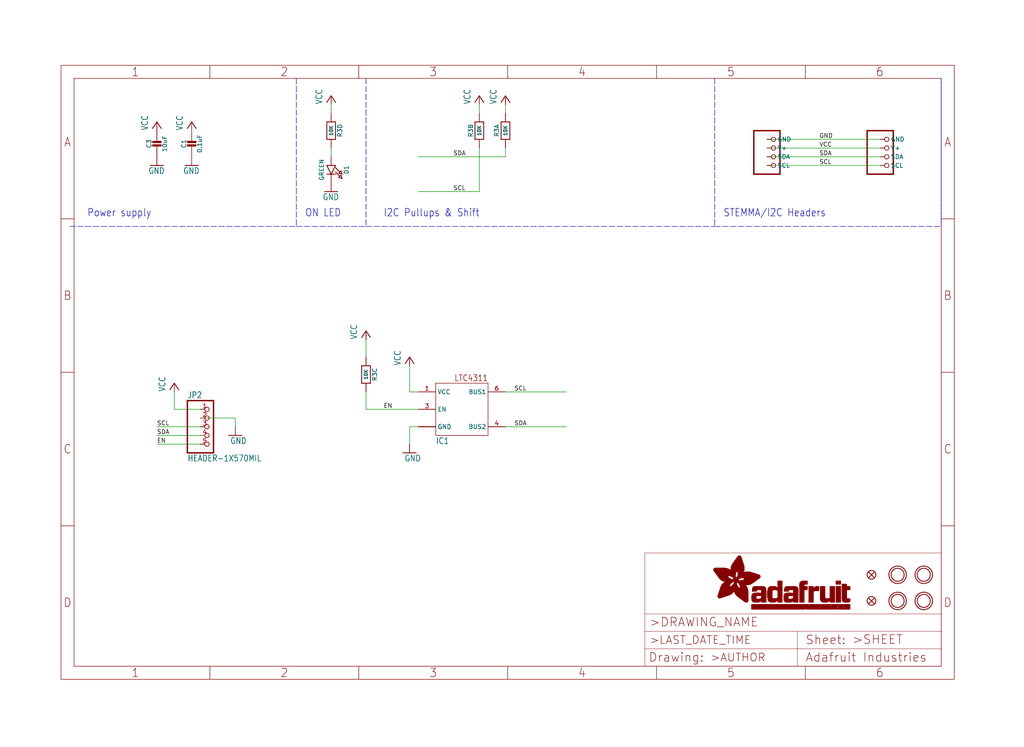
<source format=kicad_sch>
(kicad_sch (version 20211123) (generator eeschema)
  (paper "User" 298.45 217.881)
  (lib_symbols
    (symbol "schematicEagle-eagle-import:CAP_CERAMIC0603_NO"
      (property "Reference" "C" (at -2.29 1.25 90))
      (property "Value" "CAP_CERAMIC0603_NO" (at 2.3 1.25 90))
      (symbol "CAP_CERAMIC0603_NO_1_0"
        (pin passive line (at 0 5.08 270) (length 2.54) (name "1") (number "1"))
        (pin passive line (at 0 -2.54 90) (length 2.54) (name "2") (number "2"))
      )
    )
    (symbol "schematicEagle-eagle-import:CAP_CERAMIC0805-NOOUTLINE"
      (property "Reference" "C" (at -2.29 1.25 90))
      (property "Value" "CAP_CERAMIC0805-NOOUTLINE" (at 2.3 1.25 90))
      (symbol "CAP_CERAMIC0805-NOOUTLINE_1_0"
        (pin passive line (at 0 5.08 270) (length 2.54) (name "1") (number "1"))
        (pin passive line (at 0 -2.54 90) (length 2.54) (name "2") (number "2"))
      )
    )
    (symbol "schematicEagle-eagle-import:FIDUCIAL_1MM")
    (symbol "schematicEagle-eagle-import:FRAME_A4_ADAFRUIT"
      (symbol "FRAME_A4_ADAFRUIT_0_0"
        (text "1" (at 21.6958 1.905 0) (effects (font (size 2.54 2.286))))
        (text "1" (at 21.6958 177.165 0) (effects (font (size 2.54 2.286))))
        (text "2" (at 65.0875 1.905 0) (effects (font (size 2.54 2.286))))
        (text "2" (at 65.0875 177.165 0) (effects (font (size 2.54 2.286))))
        (text "3" (at 108.4792 1.905 0) (effects (font (size 2.54 2.286))))
        (text "3" (at 108.4792 177.165 0) (effects (font (size 2.54 2.286))))
        (text "4" (at 151.8708 1.905 0) (effects (font (size 2.54 2.286))))
        (text "4" (at 151.8708 177.165 0) (effects (font (size 2.54 2.286))))
        (text "5" (at 195.2625 1.905 0) (effects (font (size 2.54 2.286))))
        (text "5" (at 195.2625 177.165 0) (effects (font (size 2.54 2.286))))
        (text "6" (at 238.6542 1.905 0) (effects (font (size 2.54 2.286))))
        (text "6" (at 238.6542 177.165 0) (effects (font (size 2.54 2.286))))
        (text "A" (at 1.905 156.6863 0) (effects (font (size 2.54 2.286))))
        (text "A" (at 258.445 156.6863 0) (effects (font (size 2.54 2.286))))
        (text "B" (at 1.905 111.9188 0) (effects (font (size 2.54 2.286))))
        (text "B" (at 258.445 111.9188 0) (effects (font (size 2.54 2.286))))
        (text "C" (at 1.905 67.1513 0) (effects (font (size 2.54 2.286))))
        (text "C" (at 258.445 67.1513 0) (effects (font (size 2.54 2.286))))
        (text "D" (at 1.905 22.3838 0) (effects (font (size 2.54 2.286))))
        (text "D" (at 258.445 22.3838 0) (effects (font (size 2.54 2.286))))
      )
      (symbol "FRAME_A4_ADAFRUIT_1_0"
        (text ">AUTHOR" (at 189.23 5.08 0) (effects (font (size 2.286 2.286)) (justify left bottom)))
        (text ">DRAWING_NAME" (at 171.45 15.24 0) (effects (font (size 2.54 2.54)) (justify left bottom)))
        (text ">LAST_DATE_TIME" (at 171.45 10.16 0) (effects (font (size 2.286 2.286)) (justify left bottom)))
        (text ">SHEET" (at 230.505 10.16 0) (effects (font (size 2.54 2.54)) (justify left bottom)))
        (text "Adafruit Industries" (at 216.916 4.953 0) (effects (font (size 2.54 2.54)) (justify left bottom)))
        (text "Drawing:" (at 171.196 4.953 0) (effects (font (size 2.54 2.54)) (justify left bottom)))
        (text "Sheet:" (at 216.916 10.033 0) (effects (font (size 2.54 2.54)) (justify left bottom)))
      )
    )
    (symbol "schematicEagle-eagle-import:GND" (power)
      (property "Value" "GND" (at -2.54 -2.54 0))
      (symbol "GND_1_0"
        (pin power_in line (at 0 2.54 270) (length 2.54) (name "GND") (number "1"))
      )
    )
    (symbol "schematicEagle-eagle-import:HEADER-1X570MIL"
      (property "Reference" "JP" (at -6.35 8.255 0))
      (property "Value" "HEADER-1X570MIL" (at -6.35 -10.16 0))
      (symbol "HEADER-1X570MIL_1_0"
        (pin passive inverted (at -2.54 5.08 0) (length 2.54) (name "1") (number "1"))
        (pin passive inverted (at -2.54 2.54 0) (length 2.54) (name "2") (number "2"))
        (pin passive inverted (at -2.54 0 0) (length 2.54) (name "3") (number "3"))
        (pin passive inverted (at -2.54 -2.54 0) (length 2.54) (name "4") (number "4"))
        (pin passive inverted (at -2.54 -5.08 0) (length 2.54) (name "5") (number "5"))
      )
    )
    (symbol "schematicEagle-eagle-import:LED0603_NOOUTLINE"
      (property "Reference" "D" (at -1.27 4.445 0))
      (property "Value" "LED0603_NOOUTLINE" (at -1.27 -2.794 0))
      (symbol "LED0603_NOOUTLINE_1_0"
        (pin passive line (at -5.08 0 0) (length 2.54) (name "A") (number "A"))
        (pin passive line (at 2.54 0 180) (length 2.54) (name "C") (number "C"))
      )
    )
    (symbol "schematicEagle-eagle-import:LTC4311_SC70"
      (property "Reference" "IC" (at -7.62 -10.16 0))
      (symbol "LTC4311_SC70_1_0"
        (text "LTC4311" (at 7.62 10.16 0) (effects (font (size 1.778 1.5113)) (justify right top)))
        (pin power_in line (at -12.7 5.08 0) (length 5.08) (name "VCC") (number "1"))
        (pin power_in line (at -12.7 -5.08 0) (length 5.08) (name "GND") (number "2"))
        (pin input line (at -12.7 0 0) (length 5.08) (name "EN") (number "3"))
        (pin bidirectional line (at 12.7 -5.08 180) (length 5.08) (name "BUS2") (number "4"))
        (pin power_in line (at -12.7 -5.08 0) (length 5.08) (name "GND") (number "5"))
        (pin bidirectional line (at 12.7 5.08 180) (length 5.08) (name "BUS1") (number "6"))
      )
    )
    (symbol "schematicEagle-eagle-import:MOUNTINGHOLE2.5")
    (symbol "schematicEagle-eagle-import:RESISTOR_4PACK"
      (property "Reference" "R" (at 0 2.54 0))
      (property "Value" "RESISTOR_4PACK" (at 0 0 0))
      (symbol "RESISTOR_4PACK_1_0"
        (pin passive line (at -5.08 0 0) (length 2.54) (name "1") (number "1"))
        (pin passive line (at 5.08 0 180) (length 2.54) (name "2") (number "8"))
      )
      (symbol "RESISTOR_4PACK_2_0"
        (pin passive line (at -5.08 0 0) (length 2.54) (name "1") (number "2"))
        (pin passive line (at 5.08 0 180) (length 2.54) (name "2") (number "7"))
      )
      (symbol "RESISTOR_4PACK_3_0"
        (pin passive line (at -5.08 0 0) (length 2.54) (name "1") (number "3"))
        (pin passive line (at 5.08 0 180) (length 2.54) (name "2") (number "6"))
      )
      (symbol "RESISTOR_4PACK_4_0"
        (pin passive line (at -5.08 0 0) (length 2.54) (name "1") (number "4"))
        (pin passive line (at 5.08 0 180) (length 2.54) (name "2") (number "5"))
      )
    )
    (symbol "schematicEagle-eagle-import:STEMMA_I2C_QT"
      (symbol "STEMMA_I2C_QT_1_0"
        (pin passive inverted (at 0 5.08 0) (length 2.54) (name "GND") (number "1"))
        (pin passive inverted (at 0 2.54 0) (length 2.54) (name "V+") (number "2"))
        (pin passive inverted (at 0 0 0) (length 2.54) (name "SDA") (number "3"))
        (pin passive inverted (at 0 -2.54 0) (length 2.54) (name "SCL") (number "4"))
      )
      (symbol "STEMMA_I2C_QT_2_0"
        (pin bidirectional line (at 0 0 0) (length 5.08) (name "MT") (number "MT1"))
      )
      (symbol "STEMMA_I2C_QT_3_0"
        (pin bidirectional line (at 0 0 0) (length 5.08) (name "MT") (number "MT2"))
      )
    )
    (symbol "schematicEagle-eagle-import:VCC" (power)
      (property "Value" "VCC" (at -2.54 -2.54 90))
      (symbol "VCC_1_0"
        (pin power_in line (at 0 -2.54 90) (length 2.54) (name "VCC") (number "1"))
      )
    )
  )
  (wire (pts (xy 147.32 114.3) (xy 165.1 114.3)))
  (wire (pts (xy 58.42 121.92) (xy 68.58 121.92)))
  (polyline (pts (xy 86.36 66.04) (xy 106.68 66.04)))
  (wire (pts (xy 96.52 43.18) (xy 96.52 45.72)))
  (polyline (pts (xy 20.32 66.04) (xy 86.36 66.04)))
  (polyline (pts (xy 208.28 66.04) (xy 274.32 66.04)))
  (wire (pts (xy 256.54 40.64) (xy 223.52 40.64)))
  (wire (pts (xy 147.32 124.46) (xy 165.1 124.46)))
  (wire (pts (xy 147.32 43.18) (xy 147.32 45.72)))
  (wire (pts (xy 139.7 30.48) (xy 139.7 33.02)))
  (polyline (pts (xy 86.36 22.86) (xy 86.36 66.04)))
  (wire (pts (xy 106.68 99.06) (xy 106.68 104.14)))
  (wire (pts (xy 58.42 119.38) (xy 50.8 119.38)))
  (wire (pts (xy 58.42 129.54) (xy 45.72 129.54)))
  (polyline (pts (xy 274.32 22.86) (xy 274.32 66.04)))
  (wire (pts (xy 121.92 114.3) (xy 119.38 114.3)))
  (wire (pts (xy 147.32 45.72) (xy 121.92 45.72)))
  (wire (pts (xy 58.42 127) (xy 45.72 127)))
  (wire (pts (xy 119.38 114.3) (xy 119.38 106.68)))
  (wire (pts (xy 68.58 121.92) (xy 68.58 124.46)))
  (wire (pts (xy 106.68 119.38) (xy 106.68 114.3)))
  (wire (pts (xy 121.92 119.38) (xy 106.68 119.38)))
  (wire (pts (xy 147.32 33.02) (xy 147.32 30.48)))
  (wire (pts (xy 121.92 124.46) (xy 119.38 124.46)))
  (wire (pts (xy 139.7 55.88) (xy 121.92 55.88)))
  (wire (pts (xy 119.38 124.46) (xy 119.38 129.54)))
  (wire (pts (xy 256.54 45.72) (xy 223.52 45.72)))
  (wire (pts (xy 223.52 43.18) (xy 256.54 43.18)))
  (wire (pts (xy 58.42 124.46) (xy 45.72 124.46)))
  (polyline (pts (xy 208.28 22.86) (xy 208.28 66.04)))
  (wire (pts (xy 223.52 48.26) (xy 256.54 48.26)))
  (polyline (pts (xy 106.68 66.04) (xy 208.28 66.04)))
  (polyline (pts (xy 106.68 22.86) (xy 106.68 66.04)))
  (wire (pts (xy 50.8 119.38) (xy 50.8 114.3)))
  (wire (pts (xy 96.52 30.48) (xy 96.52 33.02)))
  (wire (pts (xy 139.7 43.18) (xy 139.7 55.88)))
  (text "I2C Pullups & Shift" (at 111.76 63.5 180) (effects (font (size 2.1844 1.8567)) (justify left bottom)))
  (text "ON LED" (at 88.9 63.5 180) (effects (font (size 2.1844 1.8567)) (justify left bottom)))
  (text "Power supply" (at 25.4 63.5 180) (effects (font (size 2.1844 1.8567)) (justify left bottom)))
  (text "STEMMA/I2C Headers" (at 210.82 63.5 180) (effects (font (size 2.1844 1.8567)) (justify left bottom)))
  (label "SCL" (at 238.76 48.26 0) (effects (font (size 1.2446 1.2446))))
  (label "SCL" (at 149.86 114.3 0) (effects (font (size 1.2446 1.2446))))
  (label "EN" (at 45.72 129.54 0) (effects (font (size 1.2446 1.2446))))
  (label "VCC" (at 238.76 43.18 0) (effects (font (size 1.2446 1.2446))))
  (label "SDA" (at 238.76 45.72 0) (effects (font (size 1.2446 1.2446))))
  (label "GND" (at 238.76 40.64 0) (effects (font (size 1.2446 1.2446))))
  (label "SDA" (at 45.72 127 0) (effects (font (size 1.2446 1.2446))))
  (label "EN" (at 111.76 119.38 0) (effects (font (size 1.2446 1.2446))))
  (label "SCL" (at 132.08 55.88 0) (effects (font (size 1.2446 1.2446))))
  (label "SDA" (at 149.86 124.46 0) (effects (font (size 1.2446 1.2446))))
  (label "SDA" (at 132.08 45.72 0) (effects (font (size 1.2446 1.2446))))
  (label "SCL" (at 45.72 124.46 0) (effects (font (size 1.2446 1.2446))))
  (symbol (lib_id "schematicEagle-eagle-import:FIDUCIAL_1MM") (at 254 175.26 0) (unit 1)
    (property "Reference" "FID3" (effects hide))
    (property "Value" "FIDUCIAL_1MM" (effects hide))
    (property "Footprint" "schematicEagle:FIDUCIAL_1MM" (effects hide))
  )
  (symbol (lib_id "schematicEagle-eagle-import:RESISTOR_4PACK") (at 147.32 38.1 90) (unit 1)
    (property "Reference" "R3" (at 144.78 38.1 0))
    (property "Value" "10K" (at 147.32 38.1 0) (effects (font (size 1.016 1.016) bold)))
    (property "Footprint" "schematicEagle:RESPACK_4X0603" (effects hide))
  )
  (symbol (lib_id "schematicEagle-eagle-import:VCC") (at 96.52 27.94 0) (unit 1)
    (property "Reference" "#P+3" (effects hide))
    (property "Value" "VCC" (at 93.98 30.48 90) (effects (font (size 1.778 1.5113)) (justify left bottom)))
    (property "Footprint" "schematicEagle:" (effects hide))
  )
  (symbol (lib_id "schematicEagle-eagle-import:HEADER-1X570MIL") (at 60.96 124.46 0) (unit 1)
    (property "Reference" "JP2" (at 54.61 116.205 0) (effects (font (size 1.778 1.5113)) (justify left bottom)))
    (property "Value" "HEADER-1X570MIL" (at 54.61 134.62 0) (effects (font (size 1.778 1.5113)) (justify left bottom)))
    (property "Footprint" "schematicEagle:1X05_ROUND_70" (effects hide))
  )
  (symbol (lib_id "schematicEagle-eagle-import:LED0603_NOOUTLINE") (at 96.52 50.8 270) (unit 1)
    (property "Reference" "D1" (at 100.965 49.53 0))
    (property "Value" "GREEN" (at 93.726 49.53 0))
    (property "Footprint" "schematicEagle:CHIPLED_0603_NOOUTLINE" (effects hide))
  )
  (symbol (lib_id "schematicEagle-eagle-import:RESISTOR_4PACK") (at 106.68 109.22 270) (unit 3)
    (property "Reference" "R3" (at 109.22 109.22 0))
    (property "Value" "10K" (at 106.68 109.22 0) (effects (font (size 1.016 1.016) bold)))
    (property "Footprint" "schematicEagle:RESPACK_4X0603" (effects hide))
  )
  (symbol (lib_id "schematicEagle-eagle-import:CAP_CERAMIC0805-NOOUTLINE") (at 45.72 43.18 0) (unit 1)
    (property "Reference" "C3" (at 43.43 41.93 90))
    (property "Value" "10uF" (at 48.02 41.93 90))
    (property "Footprint" "schematicEagle:0805-NO" (effects hide))
  )
  (symbol (lib_id "schematicEagle-eagle-import:VCC") (at 139.7 27.94 0) (unit 1)
    (property "Reference" "#P+1" (effects hide))
    (property "Value" "VCC" (at 137.16 30.48 90) (effects (font (size 1.778 1.5113)) (justify left bottom)))
    (property "Footprint" "schematicEagle:" (effects hide))
  )
  (symbol (lib_id "schematicEagle-eagle-import:VCC") (at 50.8 111.76 0) (unit 1)
    (property "Reference" "#P+4" (effects hide))
    (property "Value" "VCC" (at 48.26 114.3 90) (effects (font (size 1.778 1.5113)) (justify left bottom)))
    (property "Footprint" "schematicEagle:" (effects hide))
  )
  (symbol (lib_id "schematicEagle-eagle-import:GND") (at 45.72 48.26 0) (unit 1)
    (property "Reference" "#GND1" (effects hide))
    (property "Value" "GND" (at 43.18 50.8 0) (effects (font (size 1.778 1.5113)) (justify left bottom)))
    (property "Footprint" "schematicEagle:" (effects hide))
  )
  (symbol (lib_id "schematicEagle-eagle-import:FIDUCIAL_1MM") (at 254 167.64 0) (unit 1)
    (property "Reference" "FID4" (effects hide))
    (property "Value" "FIDUCIAL_1MM" (effects hide))
    (property "Footprint" "schematicEagle:FIDUCIAL_1MM" (effects hide))
  )
  (symbol (lib_id "schematicEagle-eagle-import:FRAME_A4_ADAFRUIT") (at 17.78 198.12 0) (unit 1)
    (property "Reference" "#U$18" (effects hide))
    (property "Value" "FRAME_A4_ADAFRUIT" (effects hide))
    (property "Footprint" "schematicEagle:" (effects hide))
  )
  (symbol (lib_id "schematicEagle-eagle-import:GND") (at 96.52 55.88 0) (unit 1)
    (property "Reference" "#GND6" (effects hide))
    (property "Value" "GND" (at 93.98 58.42 0) (effects (font (size 1.778 1.5113)) (justify left bottom)))
    (property "Footprint" "schematicEagle:" (effects hide))
  )
  (symbol (lib_id "schematicEagle-eagle-import:VCC") (at 45.72 35.56 0) (unit 1)
    (property "Reference" "#P+6" (effects hide))
    (property "Value" "VCC" (at 43.18 38.1 90) (effects (font (size 1.778 1.5113)) (justify left bottom)))
    (property "Footprint" "schematicEagle:" (effects hide))
  )
  (symbol (lib_id "schematicEagle-eagle-import:MOUNTINGHOLE2.5") (at 261.62 167.64 0) (unit 1)
    (property "Reference" "U$17" (effects hide))
    (property "Value" "MOUNTINGHOLE2.5" (effects hide))
    (property "Footprint" "schematicEagle:MOUNTINGHOLE_2.5_PLATED" (effects hide))
  )
  (symbol (lib_id "schematicEagle-eagle-import:MOUNTINGHOLE2.5") (at 269.24 167.64 0) (unit 1)
    (property "Reference" "U$19" (effects hide))
    (property "Value" "MOUNTINGHOLE2.5" (effects hide))
    (property "Footprint" "schematicEagle:MOUNTINGHOLE_2.5_PLATED" (effects hide))
  )
  (symbol (lib_id "schematicEagle-eagle-import:MOUNTINGHOLE2.5") (at 261.62 175.26 0) (unit 1)
    (property "Reference" "U$1" (effects hide))
    (property "Value" "MOUNTINGHOLE2.5" (effects hide))
    (property "Footprint" "schematicEagle:MOUNTINGHOLE_2.5_PLATED" (effects hide))
  )
  (symbol (lib_id "schematicEagle-eagle-import:STEMMA_I2C_QT") (at 223.52 45.72 0) (unit 1)
    (property "Reference" "CONN3" (effects hide))
    (property "Value" "STEMMA_I2C_QT" (effects hide))
    (property "Footprint" "schematicEagle:JST_SH4" (effects hide))
  )
  (symbol (lib_id "schematicEagle-eagle-import:GND") (at 68.58 127 0) (unit 1)
    (property "Reference" "#U$10" (effects hide))
    (property "Value" "GND" (at 67.056 129.54 0) (effects (font (size 1.778 1.5113)) (justify left bottom)))
    (property "Footprint" "schematicEagle:" (effects hide))
  )
  (symbol (lib_id "schematicEagle-eagle-import:LTC4311_SC70") (at 134.62 119.38 0) (unit 1)
    (property "Reference" "IC1" (at 127 129.54 0) (effects (font (size 1.778 1.5113)) (justify left bottom)))
    (property "Value" "LTC4311_SC70" (effects hide))
    (property "Footprint" "schematicEagle:SC70-6L" (effects hide))
  )
  (symbol (lib_id "schematicEagle-eagle-import:VCC") (at 106.68 96.52 0) (unit 1)
    (property "Reference" "#P+8" (effects hide))
    (property "Value" "VCC" (at 104.14 99.06 90) (effects (font (size 1.778 1.5113)) (justify left bottom)))
    (property "Footprint" "schematicEagle:" (effects hide))
  )
  (symbol (lib_id "schematicEagle-eagle-import:MOUNTINGHOLE2.5") (at 269.24 175.26 0) (unit 1)
    (property "Reference" "U$21" (effects hide))
    (property "Value" "MOUNTINGHOLE2.5" (effects hide))
    (property "Footprint" "schematicEagle:MOUNTINGHOLE_2.5_PLATED" (effects hide))
  )
  (symbol (lib_id "schematicEagle-eagle-import:VCC") (at 55.88 35.56 0) (unit 1)
    (property "Reference" "#P+5" (effects hide))
    (property "Value" "VCC" (at 53.34 38.1 90) (effects (font (size 1.778 1.5113)) (justify left bottom)))
    (property "Footprint" "schematicEagle:" (effects hide))
  )
  (symbol (lib_id "schematicEagle-eagle-import:GND") (at 55.88 48.26 0) (unit 1)
    (property "Reference" "#GND2" (effects hide))
    (property "Value" "GND" (at 53.34 50.8 0) (effects (font (size 1.778 1.5113)) (justify left bottom)))
    (property "Footprint" "schematicEagle:" (effects hide))
  )
  (symbol (lib_id "schematicEagle-eagle-import:RESISTOR_4PACK") (at 139.7 38.1 90) (unit 2)
    (property "Reference" "R3" (at 137.16 38.1 0))
    (property "Value" "10K" (at 139.7 38.1 0) (effects (font (size 1.016 1.016) bold)))
    (property "Footprint" "schematicEagle:RESPACK_4X0603" (effects hide))
  )
  (symbol (lib_id "schematicEagle-eagle-import:CAP_CERAMIC0603_NO") (at 55.88 43.18 0) (unit 1)
    (property "Reference" "C1" (at 53.59 41.93 90))
    (property "Value" "0.1uF" (at 58.18 41.93 90))
    (property "Footprint" "schematicEagle:0603-NO" (effects hide))
  )
  (symbol (lib_id "schematicEagle-eagle-import:STEMMA_I2C_QT") (at 256.54 45.72 0) (unit 1)
    (property "Reference" "CONN4" (effects hide))
    (property "Value" "STEMMA_I2C_QT" (effects hide))
    (property "Footprint" "schematicEagle:JST_SH4" (effects hide))
  )
  (symbol (lib_id "schematicEagle-eagle-import:VCC") (at 119.38 104.14 0) (unit 1)
    (property "Reference" "#P+7" (effects hide))
    (property "Value" "VCC" (at 116.84 106.68 90) (effects (font (size 1.778 1.5113)) (justify left bottom)))
    (property "Footprint" "schematicEagle:" (effects hide))
  )
  (symbol (lib_id "schematicEagle-eagle-import:GND") (at 119.38 132.08 0) (unit 1)
    (property "Reference" "#U$3" (effects hide))
    (property "Value" "GND" (at 117.856 134.62 0) (effects (font (size 1.778 1.5113)) (justify left bottom)))
    (property "Footprint" "schematicEagle:" (effects hide))
  )
  (symbol (lib_id "schematicEagle-eagle-import:VCC") (at 147.32 27.94 0) (unit 1)
    (property "Reference" "#P+2" (effects hide))
    (property "Value" "VCC" (at 144.78 30.48 90) (effects (font (size 1.778 1.5113)) (justify left bottom)))
    (property "Footprint" "schematicEagle:" (effects hide))
  )
  (symbol (lib_id "schematicEagle-eagle-import:RESISTOR_4PACK") (at 96.52 38.1 270) (unit 4)
    (property "Reference" "R3" (at 99.06 38.1 0))
    (property "Value" "10K" (at 96.52 38.1 0) (effects (font (size 1.016 1.016) bold)))
    (property "Footprint" "schematicEagle:RESPACK_4X0603" (effects hide))
  )
)
</source>
